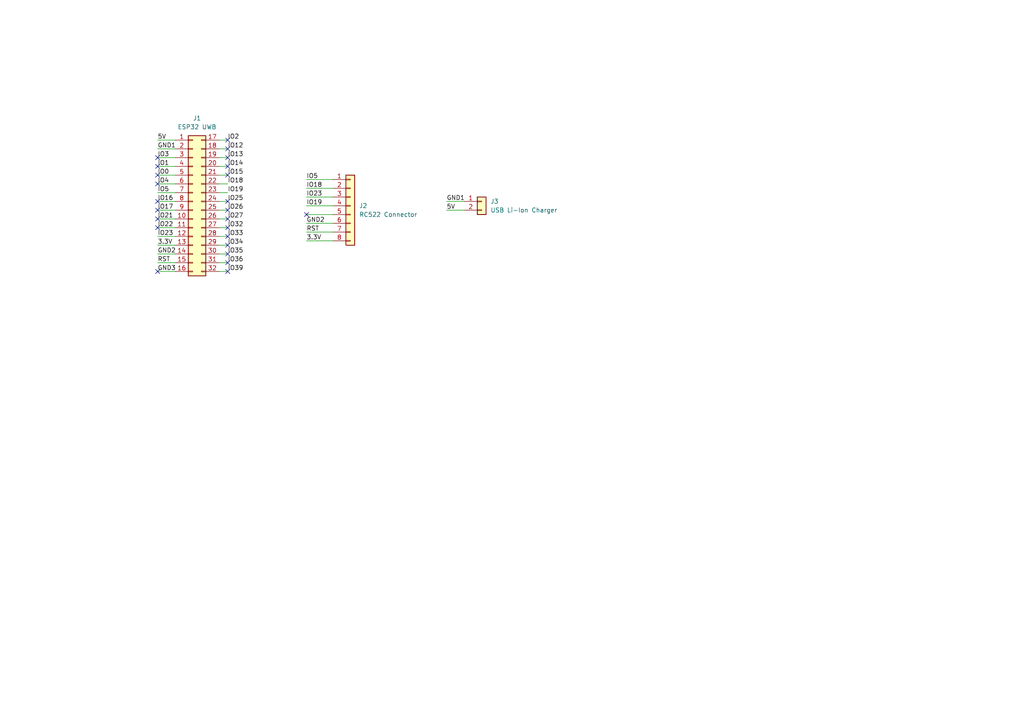
<source format=kicad_sch>
(kicad_sch (version 20230121) (generator eeschema)
  (paper "A4")
  (lib_symbols
    (symbol "Connector_Generic:Conn_01x02" (pin_names (offset 1.016) hide)
      (property "Reference" "J" (at 0 2.54 0))
      (property "Value" "Conn_01x02" (at 0 -5.08 0))
      (symbol "Conn_01x02_1_1"
        (rectangle (start -1.27 -2.413) (end 0 -2.667) (stroke (width 0.1524)))
        (rectangle (start -1.27 0.127) (end 0 -0.127) (stroke (width 0.1524)))
        (rectangle (start -1.27 1.27) (end 1.27 -3.81) (stroke (width 0.254)) (fill (type background)))
        (pin passive line (at -5.08 0 0) (length 3.81) (name "Pin_1") (number "1"))
        (pin passive line (at -5.08 -2.54 0) (length 3.81) (name "Pin_2") (number "2"))
      )
    )
    (symbol "Connector_Generic:Conn_01x08" (pin_names (offset 1.016) hide)
      (property "Reference" "J" (at 0 10.16 0))
      (property "Value" "Conn_01x08" (at 0 -12.7 0))
      (symbol "Conn_01x08_1_1"
        (rectangle (start -1.27 -10.033) (end 0 -10.287) (stroke (width 0.1524)))
        (rectangle (start -1.27 -7.493) (end 0 -7.747) (stroke (width 0.1524)))
        (rectangle (start -1.27 -4.953) (end 0 -5.207) (stroke (width 0.1524)))
        (rectangle (start -1.27 -2.413) (end 0 -2.667) (stroke (width 0.1524)))
        (rectangle (start -1.27 0.127) (end 0 -0.127) (stroke (width 0.1524)))
        (rectangle (start -1.27 2.667) (end 0 2.413) (stroke (width 0.1524)))
        (rectangle (start -1.27 5.207) (end 0 4.953) (stroke (width 0.1524)))
        (rectangle (start -1.27 7.747) (end 0 7.493) (stroke (width 0.1524)))
        (rectangle (start -1.27 8.89) (end 1.27 -11.43) (stroke (width 0.254)) (fill (type background)))
        (pin passive line (at -5.08 7.62 0) (length 3.81) (name "Pin_1") (number "1"))
        (pin passive line (at -5.08 5.08 0) (length 3.81) (name "Pin_2") (number "2"))
        (pin passive line (at -5.08 2.54 0) (length 3.81) (name "Pin_3") (number "3"))
        (pin passive line (at -5.08 0 0) (length 3.81) (name "Pin_4") (number "4"))
        (pin passive line (at -5.08 -2.54 0) (length 3.81) (name "Pin_5") (number "5"))
        (pin passive line (at -5.08 -5.08 0) (length 3.81) (name "Pin_6") (number "6"))
        (pin passive line (at -5.08 -7.62 0) (length 3.81) (name "Pin_7") (number "7"))
        (pin passive line (at -5.08 -10.16 0) (length 3.81) (name "Pin_8") (number "8"))
      )
    )
    (symbol "Connector_Generic:Conn_02x16_Top_Bottom" (pin_names (offset 1.016) hide)
      (property "Reference" "J" (at 1.27 20.32 0))
      (property "Value" "Conn_02x16_Top_Bottom" (at 1.27 -22.86 0))
      (symbol "Conn_02x16_Top_Bottom_1_1"
        (rectangle (start -1.27 -20.193) (end 0 -20.447) (stroke (width 0.1524)))
        (rectangle (start -1.27 -17.653) (end 0 -17.907) (stroke (width 0.1524)))
        (rectangle (start -1.27 -15.113) (end 0 -15.367) (stroke (width 0.1524)))
        (rectangle (start -1.27 -12.573) (end 0 -12.827) (stroke (width 0.1524)))
        (rectangle (start -1.27 -10.033) (end 0 -10.287) (stroke (width 0.1524)))
        (rectangle (start -1.27 -7.493) (end 0 -7.747) (stroke (width 0.1524)))
        (rectangle (start -1.27 -4.953) (end 0 -5.207) (stroke (width 0.1524)))
        (rectangle (start -1.27 -2.413) (end 0 -2.667) (stroke (width 0.1524)))
        (rectangle (start -1.27 0.127) (end 0 -0.127) (stroke (width 0.1524)))
        (rectangle (start -1.27 2.667) (end 0 2.413) (stroke (width 0.1524)))
        (rectangle (start -1.27 5.207) (end 0 4.953) (stroke (width 0.1524)))
        (rectangle (start -1.27 7.747) (end 0 7.493) (stroke (width 0.1524)))
        (rectangle (start -1.27 10.287) (end 0 10.033) (stroke (width 0.1524)))
        (rectangle (start -1.27 12.827) (end 0 12.573) (stroke (width 0.1524)))
        (rectangle (start -1.27 15.367) (end 0 15.113) (stroke (width 0.1524)))
        (rectangle (start -1.27 17.907) (end 0 17.653) (stroke (width 0.1524)))
        (rectangle (start -1.27 19.05) (end 3.81 -21.59) (stroke (width 0.254)) (fill (type background)))
        (rectangle (start 3.81 -20.193) (end 2.54 -20.447) (stroke (width 0.1524)))
        (rectangle (start 3.81 -17.653) (end 2.54 -17.907) (stroke (width 0.1524)))
        (rectangle (start 3.81 -15.113) (end 2.54 -15.367) (stroke (width 0.1524)))
        (rectangle (start 3.81 -12.573) (end 2.54 -12.827) (stroke (width 0.1524)))
        (rectangle (start 3.81 -10.033) (end 2.54 -10.287) (stroke (width 0.1524)))
        (rectangle (start 3.81 -7.493) (end 2.54 -7.747) (stroke (width 0.1524)))
        (rectangle (start 3.81 -4.953) (end 2.54 -5.207) (stroke (width 0.1524)))
        (rectangle (start 3.81 -2.413) (end 2.54 -2.667) (stroke (width 0.1524)))
        (rectangle (start 3.81 0.127) (end 2.54 -0.127) (stroke (width 0.1524)))
        (rectangle (start 3.81 2.667) (end 2.54 2.413) (stroke (width 0.1524)))
        (rectangle (start 3.81 5.207) (end 2.54 4.953) (stroke (width 0.1524)))
        (rectangle (start 3.81 7.747) (end 2.54 7.493) (stroke (width 0.1524)))
        (rectangle (start 3.81 10.287) (end 2.54 10.033) (stroke (width 0.1524)))
        (rectangle (start 3.81 12.827) (end 2.54 12.573) (stroke (width 0.1524)))
        (rectangle (start 3.81 15.367) (end 2.54 15.113) (stroke (width 0.1524)))
        (rectangle (start 3.81 17.907) (end 2.54 17.653) (stroke (width 0.1524)))
        (pin passive line (at -5.08 17.78 0) (length 3.81) (name "Pin_1") (number "1"))
        (pin passive line (at -5.08 -5.08 0) (length 3.81) (name "Pin_10") (number "10"))
        (pin passive line (at -5.08 -7.62 0) (length 3.81) (name "Pin_11") (number "11"))
        (pin passive line (at -5.08 -10.16 0) (length 3.81) (name "Pin_12") (number "12"))
        (pin passive line (at -5.08 -12.7 0) (length 3.81) (name "Pin_13") (number "13"))
        (pin passive line (at -5.08 -15.24 0) (length 3.81) (name "Pin_14") (number "14"))
        (pin passive line (at -5.08 -17.78 0) (length 3.81) (name "Pin_15") (number "15"))
        (pin passive line (at -5.08 -20.32 0) (length 3.81) (name "Pin_16") (number "16"))
        (pin passive line (at 7.62 17.78 180) (length 3.81) (name "Pin_17") (number "17"))
        (pin passive line (at 7.62 15.24 180) (length 3.81) (name "Pin_18") (number "18"))
        (pin passive line (at 7.62 12.7 180) (length 3.81) (name "Pin_19") (number "19"))
        (pin passive line (at -5.08 15.24 0) (length 3.81) (name "Pin_2") (number "2"))
        (pin passive line (at 7.62 10.16 180) (length 3.81) (name "Pin_20") (number "20"))
        (pin passive line (at 7.62 7.62 180) (length 3.81) (name "Pin_21") (number "21"))
        (pin passive line (at 7.62 5.08 180) (length 3.81) (name "Pin_22") (number "22"))
        (pin passive line (at 7.62 2.54 180) (length 3.81) (name "Pin_23") (number "23"))
        (pin passive line (at 7.62 0 180) (length 3.81) (name "Pin_24") (number "24"))
        (pin passive line (at 7.62 -2.54 180) (length 3.81) (name "Pin_25") (number "25"))
        (pin passive line (at 7.62 -5.08 180) (length 3.81) (name "Pin_26") (number "26"))
        (pin passive line (at 7.62 -7.62 180) (length 3.81) (name "Pin_27") (number "27"))
        (pin passive line (at 7.62 -10.16 180) (length 3.81) (name "Pin_28") (number "28"))
        (pin passive line (at 7.62 -12.7 180) (length 3.81) (name "Pin_29") (number "29"))
        (pin passive line (at -5.08 12.7 0) (length 3.81) (name "Pin_3") (number "3"))
        (pin passive line (at 7.62 -15.24 180) (length 3.81) (name "Pin_30") (number "30"))
        (pin passive line (at 7.62 -17.78 180) (length 3.81) (name "Pin_31") (number "31"))
        (pin passive line (at 7.62 -20.32 180) (length 3.81) (name "Pin_32") (number "32"))
        (pin passive line (at -5.08 10.16 0) (length 3.81) (name "Pin_4") (number "4"))
        (pin passive line (at -5.08 7.62 0) (length 3.81) (name "Pin_5") (number "5"))
        (pin passive line (at -5.08 5.08 0) (length 3.81) (name "Pin_6") (number "6"))
        (pin passive line (at -5.08 2.54 0) (length 3.81) (name "Pin_7") (number "7"))
        (pin passive line (at -5.08 0 0) (length 3.81) (name "Pin_8") (number "8"))
        (pin passive line (at -5.08 -2.54 0) (length 3.81) (name "Pin_9") (number "9"))
      )
    )
  )
  (no_connect (at 45.72 58.42))
  (no_connect (at 45.72 78.74))
  (no_connect (at 88.9 62.23))
  (no_connect (at 66.04 40.64))
  (no_connect (at 66.04 78.74))
  (no_connect (at 45.72 63.5))
  (no_connect (at 66.04 63.5))
  (no_connect (at 66.04 66.04))
  (no_connect (at 45.72 66.04))
  (no_connect (at 66.04 58.42))
  (no_connect (at 66.04 43.18))
  (no_connect (at 66.04 45.72))
  (no_connect (at 45.72 50.8))
  (no_connect (at 66.04 48.26))
  (no_connect (at 45.72 45.72))
  (no_connect (at 45.72 48.26))
  (no_connect (at 66.04 76.2))
  (no_connect (at 66.04 60.96))
  (no_connect (at 45.72 53.34))
  (no_connect (at 66.04 50.8))
  (no_connect (at 66.04 68.58))
  (no_connect (at 66.04 71.12))
  (no_connect (at 66.04 73.66))
  (no_connect (at 45.72 60.96))
  (wire (pts (xy 66.04 71.12) (xy 63.5 71.12)))
  (wire (pts (xy 66.04 63.5) (xy 63.5 63.5)))
  (wire (pts (xy 88.9 67.31) (xy 96.52 67.31)))
  (wire (pts (xy 88.9 59.69) (xy 96.52 59.69)))
  (wire (pts (xy 45.72 40.64) (xy 50.8 40.64)))
  (wire (pts (xy 66.04 40.64) (xy 63.5 40.64)))
  (wire (pts (xy 66.04 50.8) (xy 63.5 50.8)))
  (wire (pts (xy 66.04 43.18) (xy 63.5 43.18)))
  (wire (pts (xy 66.04 66.04) (xy 63.5 66.04)))
  (wire (pts (xy 66.04 55.88) (xy 63.5 55.88)))
  (wire (pts (xy 66.04 68.58) (xy 63.5 68.58)))
  (wire (pts (xy 66.04 76.2) (xy 63.5 76.2)))
  (wire (pts (xy 45.72 60.96) (xy 50.8 60.96)))
  (wire (pts (xy 88.9 64.77) (xy 96.52 64.77)))
  (wire (pts (xy 45.72 45.72) (xy 50.8 45.72)))
  (wire (pts (xy 66.04 53.34) (xy 63.5 53.34)))
  (wire (pts (xy 66.04 45.72) (xy 63.5 45.72)))
  (wire (pts (xy 45.72 68.58) (xy 50.8 68.58)))
  (wire (pts (xy 66.04 60.96) (xy 63.5 60.96)))
  (wire (pts (xy 129.54 60.96) (xy 134.62 60.96)))
  (wire (pts (xy 66.04 78.74) (xy 63.5 78.74)))
  (wire (pts (xy 45.72 63.5) (xy 50.8 63.5)))
  (wire (pts (xy 45.72 78.74) (xy 50.8 78.74)))
  (wire (pts (xy 88.9 54.61) (xy 96.52 54.61)))
  (wire (pts (xy 129.54 58.42) (xy 134.62 58.42)))
  (wire (pts (xy 45.72 48.26) (xy 50.8 48.26)))
  (wire (pts (xy 88.9 57.15) (xy 96.52 57.15)))
  (wire (pts (xy 45.72 53.34) (xy 50.8 53.34)))
  (wire (pts (xy 45.72 55.88) (xy 50.8 55.88)))
  (wire (pts (xy 66.04 48.26) (xy 63.5 48.26)))
  (wire (pts (xy 45.72 76.2) (xy 50.8 76.2)))
  (wire (pts (xy 66.04 73.66) (xy 63.5 73.66)))
  (wire (pts (xy 45.72 71.12) (xy 50.8 71.12)))
  (wire (pts (xy 45.72 58.42) (xy 50.8 58.42)))
  (wire (pts (xy 45.72 50.8) (xy 50.8 50.8)))
  (wire (pts (xy 88.9 62.23) (xy 96.52 62.23)))
  (wire (pts (xy 66.04 58.42) (xy 63.5 58.42)))
  (wire (pts (xy 88.9 52.07) (xy 96.52 52.07)))
  (wire (pts (xy 45.72 43.18) (xy 50.8 43.18)))
  (wire (pts (xy 45.72 73.66) (xy 50.8 73.66)))
  (wire (pts (xy 88.9 69.85) (xy 96.52 69.85)))
  (wire (pts (xy 45.72 66.04) (xy 50.8 66.04)))
  (label "IO32" (at 66.04 66.04 0))
  (label "IO27" (at 66.04 63.5 0))
  (label "3.3V" (at 45.72 71.12 0))
  (label "GND1" (at 129.54 58.42 0))
  (label "RST" (at 88.9 67.31 0))
  (label "IO18" (at 88.9 54.61 0))
  (label "GND2" (at 88.9 64.77 0))
  (label "IO15" (at 66.04 50.8 0))
  (label "IO18" (at 66.04 53.34 0))
  (label "IO35" (at 66.04 73.66 0))
  (label "IO26" (at 66.04 60.96 0))
  (label "IO34" (at 66.04 71.12 0))
  (label "IO12" (at 66.04 43.18 0))
  (label "IO3" (at 45.72 45.72 0))
  (label "GND3" (at 45.72 78.74 0))
  (label "IO23" (at 45.72 68.58 0))
  (label "IO0" (at 45.72 50.8 0))
  (label "IO22" (at 45.72 66.04 0))
  (label "IO5" (at 45.72 55.88 0))
  (label "IO13" (at 66.04 45.72 0))
  (label "RST" (at 45.72 76.2 0))
  (label "3.3V" (at 88.9 69.85 0))
  (label "GND1" (at 45.72 43.18 0))
  (label "5V" (at 129.54 60.96 0))
  (label "IO16" (at 45.72 58.42 0))
  (label "IO14" (at 66.04 48.26 0))
  (label "IO4" (at 45.72 53.34 0))
  (label "IO19" (at 66.04 55.88 0))
  (label "IO21" (at 45.72 63.5 0))
  (label "IO5" (at 88.9 52.07 0))
  (label "IO1" (at 45.72 48.26 0))
  (label "IO17" (at 45.72 60.96 0))
  (label "5V" (at 45.72 40.64 0))
  (label "IO19" (at 88.9 59.69 0))
  (label "IO39" (at 66.04 78.74 0))
  (label "IO25" (at 66.04 58.42 0))
  (label "GND2" (at 45.72 73.66 0))
  (label "IO36" (at 66.04 76.2 0))
  (label "IO23" (at 88.9 57.15 0))
  (label "IO2" (at 66.04 40.64 0))
  (label "IO33" (at 66.04 68.58 0))
  (symbol (lib_id "Connector_Generic:Conn_01x02") (at 139.7 58.42 0) (unit 1)
    (property "Reference" "J3" (at 142.24 58.42 0) (effects (justify left)))
    (property "Value" "USB Li-Ion Charger" (at 142.24 60.96 0) (effects (justify left)))
    (property "Footprint" "ESP32:Li-Ion_Charger" (effects hide))
  )
  (symbol (lib_id "Connector_Generic:Conn_02x16_Top_Bottom") (at 55.88 58.42 0) (unit 1)
    (property "Reference" "J1" (at 57.15 34.29 0))
    (property "Value" "ESP32 UWB" (at 57.15 36.83 0))
    (property "Footprint" "ESP32:ESP_UWB_Final" (effects hide))
  )
  (symbol (lib_id "Connector_Generic:Conn_01x08") (at 101.6 59.69 0) (unit 1)
    (property "Reference" "J2" (at 104.14 59.69 0) (effects (justify left)))
    (property "Value" "RC522 Connector" (at 104.14 62.23 0) (effects (justify left)))
    (property "Footprint" "ESP32:RC522_Module" (effects hide))
  )
)
</source>
